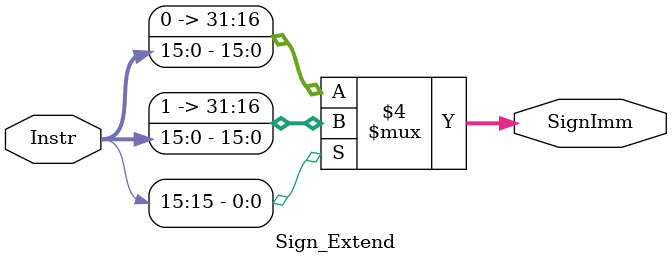
<source format=v>
module Sign_Extend (
    output  reg     [31:0]  SignImm ,
    input   wire    [15:0]  Instr
);

always @(*)
    begin
        if(Instr[15] == 1'b0)
            begin
                SignImm = { {16{1'b0}} ,Instr } ;
            end
        else
            begin
                SignImm = { {16{1'b1}} ,Instr } ;
            end
    end
endmodule
</source>
